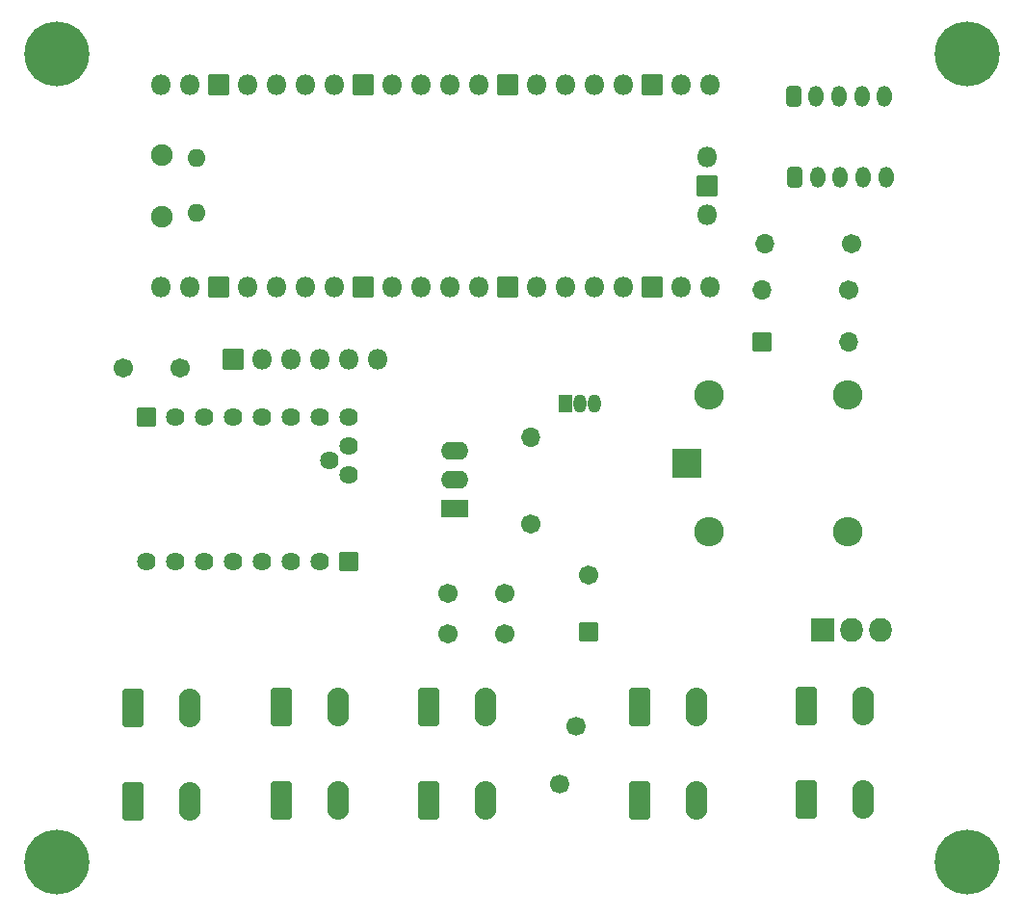
<source format=gbr>
%TF.GenerationSoftware,KiCad,Pcbnew,7.0.1*%
%TF.CreationDate,2023-04-06T19:52:14-04:00*%
%TF.ProjectId,KiwiBoard,4b697769-426f-4617-9264-2e6b69636164,rev?*%
%TF.SameCoordinates,Original*%
%TF.FileFunction,Soldermask,Bot*%
%TF.FilePolarity,Negative*%
%FSLAX46Y46*%
G04 Gerber Fmt 4.6, Leading zero omitted, Abs format (unit mm)*
G04 Created by KiCad (PCBNEW 7.0.1) date 2023-04-06 19:52:14*
%MOMM*%
%LPD*%
G01*
G04 APERTURE LIST*
G04 Aperture macros list*
%AMRoundRect*
0 Rectangle with rounded corners*
0 $1 Rounding radius*
0 $2 $3 $4 $5 $6 $7 $8 $9 X,Y pos of 4 corners*
0 Add a 4 corners polygon primitive as box body*
4,1,4,$2,$3,$4,$5,$6,$7,$8,$9,$2,$3,0*
0 Add four circle primitives for the rounded corners*
1,1,$1+$1,$2,$3*
1,1,$1+$1,$4,$5*
1,1,$1+$1,$6,$7*
1,1,$1+$1,$8,$9*
0 Add four rect primitives between the rounded corners*
20,1,$1+$1,$2,$3,$4,$5,0*
20,1,$1+$1,$4,$5,$6,$7,0*
20,1,$1+$1,$6,$7,$8,$9,0*
20,1,$1+$1,$8,$9,$2,$3,0*%
G04 Aperture macros list end*
%ADD10RoundRect,0.300800X-0.650000X-1.400000X0.650000X-1.400000X0.650000X1.400000X-0.650000X1.400000X0*%
%ADD11O,1.901600X3.401600*%
%ADD12C,1.691600*%
%ADD13RoundRect,0.050800X-0.525000X-0.750000X0.525000X-0.750000X0.525000X0.750000X-0.525000X0.750000X0*%
%ADD14O,1.151600X1.601600*%
%ADD15RoundRect,0.300800X-0.350000X-0.625000X0.350000X-0.625000X0.350000X0.625000X-0.350000X0.625000X0*%
%ADD16O,1.301600X1.851600*%
%ADD17RoundRect,0.050800X0.800000X-0.800000X0.800000X0.800000X-0.800000X0.800000X-0.800000X-0.800000X0*%
%ADD18C,1.701600*%
%ADD19RoundRect,0.050800X-0.952500X-1.000000X0.952500X-1.000000X0.952500X1.000000X-0.952500X1.000000X0*%
%ADD20O,2.006600X2.101600*%
%ADD21O,1.701600X1.701600*%
%ADD22RoundRect,0.050800X-0.800000X-0.800000X0.800000X-0.800000X0.800000X0.800000X-0.800000X0.800000X0*%
%ADD23C,5.701600*%
%ADD24RoundRect,0.050800X0.762000X-0.762000X0.762000X0.762000X-0.762000X0.762000X-0.762000X-0.762000X0*%
%ADD25C,1.625600*%
%ADD26O,1.901600X1.901600*%
%ADD27O,1.601600X1.601600*%
%ADD28O,1.801600X1.801600*%
%ADD29RoundRect,0.050800X0.850000X-0.850000X0.850000X0.850000X-0.850000X0.850000X-0.850000X-0.850000X0*%
%ADD30RoundRect,0.050800X1.150000X-0.750000X1.150000X0.750000X-1.150000X0.750000X-1.150000X-0.750000X0*%
%ADD31O,2.401600X1.601600*%
%ADD32RoundRect,0.050800X1.250000X-1.250000X1.250000X1.250000X-1.250000X1.250000X-1.250000X-1.250000X0*%
%ADD33O,2.601600X2.601600*%
G04 APERTURE END LIST*
D10*
%TO.C,J4B1*%
X52658000Y-98480000D03*
X52658000Y-106680000D03*
D11*
X57658000Y-98480000D03*
X57658000Y-106680000D03*
%TD*%
D10*
%TO.C,J4A1*%
X65688000Y-98422500D03*
X65688000Y-106622500D03*
D11*
X70688000Y-98422500D03*
X70688000Y-106622500D03*
%TD*%
D10*
%TO.C,J1*%
X78642000Y-98422500D03*
X78642000Y-106622500D03*
D11*
X83642000Y-98422500D03*
X83642000Y-106622500D03*
%TD*%
D12*
%TO.C,F1*%
X90232000Y-105166000D03*
X91632000Y-100066000D03*
%TD*%
D13*
%TO.C,Q1*%
X90678000Y-71734000D03*
D14*
X91948000Y-71734000D03*
X93218000Y-71734000D03*
%TD*%
D15*
%TO.C,J5*%
X110744000Y-44704000D03*
D16*
X112744000Y-44704000D03*
X114744000Y-44704000D03*
X116744000Y-44704000D03*
X118744000Y-44704000D03*
%TD*%
D17*
%TO.C,C4*%
X92710000Y-91810651D03*
D18*
X92710000Y-86810651D03*
%TD*%
%TO.C,C3*%
X51856000Y-68580000D03*
X56856000Y-68580000D03*
%TD*%
%TO.C,C1*%
X85344000Y-91948000D03*
X80344000Y-91948000D03*
%TD*%
D19*
%TO.C,Q2*%
X113284000Y-91623000D03*
D20*
X115824000Y-91623000D03*
X118364000Y-91623000D03*
%TD*%
D18*
%TO.C,C2*%
X85344000Y-88392000D03*
X80344000Y-88392000D03*
%TD*%
%TO.C,R1*%
X87630000Y-82296000D03*
D21*
X87630000Y-74676000D03*
%TD*%
D22*
%TO.C,D1*%
X107950000Y-66294000D03*
D21*
X115570000Y-66294000D03*
%TD*%
D10*
%TO.C,J3*%
X111840000Y-98298000D03*
X111840000Y-106498000D03*
D11*
X116840000Y-98298000D03*
X116840000Y-106498000D03*
%TD*%
D23*
%TO.C,REF\u002A\u002A*%
X46000000Y-41000000D03*
%TD*%
D24*
%TO.C,U4*%
X53848000Y-72898000D03*
D25*
X56388000Y-72898000D03*
X58928000Y-72898000D03*
X61468000Y-72898000D03*
X64008000Y-72898000D03*
X66548000Y-72898000D03*
X69088000Y-72898000D03*
X71628000Y-72898000D03*
D24*
X71628000Y-85598000D03*
D25*
X69088000Y-85598000D03*
X66548000Y-85598000D03*
X64008000Y-85598000D03*
X61468000Y-85598000D03*
X58928000Y-85598000D03*
X56388000Y-85598000D03*
X53848000Y-85598000D03*
X71628000Y-77978000D03*
X71628000Y-75438000D03*
X69977000Y-76708000D03*
%TD*%
D18*
%TO.C,R3*%
X115824000Y-57658000D03*
D21*
X108204000Y-57658000D03*
%TD*%
D26*
%TO.C,U1*%
X55248000Y-55303000D03*
D27*
X58278000Y-55003000D03*
X58278000Y-50153000D03*
D26*
X55248000Y-49853000D03*
D28*
X55118000Y-61468000D03*
X57658000Y-61468000D03*
D29*
X60198000Y-61468000D03*
D28*
X62738000Y-61468000D03*
X65278000Y-61468000D03*
X67818000Y-61468000D03*
X70358000Y-61468000D03*
D29*
X72898000Y-61468000D03*
D28*
X75438000Y-61468000D03*
X77978000Y-61468000D03*
X80518000Y-61468000D03*
X83058000Y-61468000D03*
D29*
X85598000Y-61468000D03*
D28*
X88138000Y-61468000D03*
X90678000Y-61468000D03*
X93218000Y-61468000D03*
X95758000Y-61468000D03*
D29*
X98298000Y-61468000D03*
D28*
X100838000Y-61468000D03*
X103378000Y-61468000D03*
X103378000Y-43688000D03*
X100838000Y-43688000D03*
D29*
X98298000Y-43688000D03*
D28*
X95758000Y-43688000D03*
X93218000Y-43688000D03*
X90678000Y-43688000D03*
X88138000Y-43688000D03*
D29*
X85598000Y-43688000D03*
D28*
X83058000Y-43688000D03*
X80518000Y-43688000D03*
X77978000Y-43688000D03*
X75438000Y-43688000D03*
D29*
X72898000Y-43688000D03*
D28*
X70358000Y-43688000D03*
X67818000Y-43688000D03*
X65278000Y-43688000D03*
X62738000Y-43688000D03*
D29*
X60198000Y-43688000D03*
D28*
X57658000Y-43688000D03*
X55118000Y-43688000D03*
X103148000Y-55118000D03*
D29*
X103148000Y-52578000D03*
D28*
X103148000Y-50038000D03*
%TD*%
D23*
%TO.C,REF\u002A\u002A*%
X126000000Y-41000000D03*
%TD*%
D10*
%TO.C,J2*%
X97184000Y-98422500D03*
X97184000Y-106622500D03*
D11*
X102184000Y-98422500D03*
X102184000Y-106622500D03*
%TD*%
D23*
%TO.C,REF\u002A\u002A*%
X46000000Y-112000000D03*
%TD*%
D29*
%TO.C,J7*%
X61468000Y-67818000D03*
D28*
X64008000Y-67818000D03*
X66548000Y-67818000D03*
X69088000Y-67818000D03*
X71628000Y-67818000D03*
X74168000Y-67818000D03*
%TD*%
D15*
%TO.C,J6*%
X110872000Y-51816000D03*
D16*
X112872000Y-51816000D03*
X114872000Y-51816000D03*
X116872000Y-51816000D03*
X118872000Y-51816000D03*
%TD*%
D30*
%TO.C,U2*%
X81000000Y-80933000D03*
D31*
X81000000Y-78393000D03*
X81000000Y-75853000D03*
%TD*%
D23*
%TO.C,REF\u002A\u002A*%
X126000000Y-112000000D03*
%TD*%
D32*
%TO.C,K1*%
X101354500Y-76962000D03*
D33*
X103354500Y-82962000D03*
X115554500Y-82962000D03*
X115554500Y-70962000D03*
X103354500Y-70962000D03*
%TD*%
D18*
%TO.C,R2*%
X115570000Y-61722000D03*
D21*
X107950000Y-61722000D03*
%TD*%
M02*

</source>
